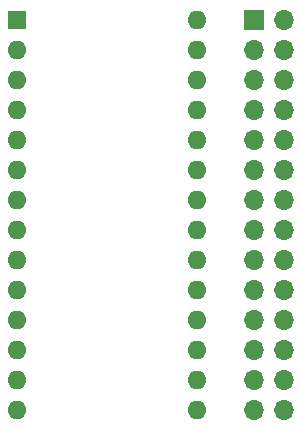
<source format=gbr>
%TF.GenerationSoftware,KiCad,Pcbnew,(5.99.0-7356-g63088e8bdb)*%
%TF.CreationDate,2020-12-15T21:09:31+08:00*%
%TF.ProjectId,AdapterROM,41646170-7465-4725-924f-4d2e6b696361,rev?*%
%TF.SameCoordinates,Original*%
%TF.FileFunction,Soldermask,Top*%
%TF.FilePolarity,Negative*%
%FSLAX46Y46*%
G04 Gerber Fmt 4.6, Leading zero omitted, Abs format (unit mm)*
G04 Created by KiCad (PCBNEW (5.99.0-7356-g63088e8bdb)) date 2020-12-15 21:09:31*
%MOMM*%
%LPD*%
G01*
G04 APERTURE LIST*
%ADD10R,1.700000X1.700000*%
%ADD11O,1.700000X1.700000*%
%ADD12R,1.600000X1.600000*%
%ADD13O,1.600000X1.600000*%
G04 APERTURE END LIST*
D10*
%TO.C,J1*%
X121920000Y-51054000D03*
D11*
X124460000Y-51054000D03*
X121920000Y-53594000D03*
X124460000Y-53594000D03*
X121920000Y-56134000D03*
X124460000Y-56134000D03*
X121920000Y-58674000D03*
X124460000Y-58674000D03*
X121920000Y-61214000D03*
X124460000Y-61214000D03*
X121920000Y-63754000D03*
X124460000Y-63754000D03*
X121920000Y-66294000D03*
X124460000Y-66294000D03*
X121920000Y-68834000D03*
X124460000Y-68834000D03*
X121920000Y-71374000D03*
X124460000Y-71374000D03*
X121920000Y-73914000D03*
X124460000Y-73914000D03*
X121920000Y-76454000D03*
X124460000Y-76454000D03*
X121920000Y-78994000D03*
X124460000Y-78994000D03*
X121920000Y-81534000D03*
X124460000Y-81534000D03*
X121920000Y-84074000D03*
X124460000Y-84074000D03*
%TD*%
D12*
%TO.C,U1*%
X101854000Y-51054000D03*
D13*
X101854000Y-53594000D03*
X101854000Y-56134000D03*
X101854000Y-58674000D03*
X101854000Y-61214000D03*
X101854000Y-63754000D03*
X101854000Y-66294000D03*
X101854000Y-68834000D03*
X101854000Y-71374000D03*
X101854000Y-73914000D03*
X101854000Y-76454000D03*
X101854000Y-78994000D03*
X101854000Y-81534000D03*
X101854000Y-84074000D03*
X117094000Y-84074000D03*
X117094000Y-81534000D03*
X117094000Y-78994000D03*
X117094000Y-76454000D03*
X117094000Y-73914000D03*
X117094000Y-71374000D03*
X117094000Y-68834000D03*
X117094000Y-66294000D03*
X117094000Y-63754000D03*
X117094000Y-61214000D03*
X117094000Y-58674000D03*
X117094000Y-56134000D03*
X117094000Y-53594000D03*
X117094000Y-51054000D03*
%TD*%
M02*

</source>
